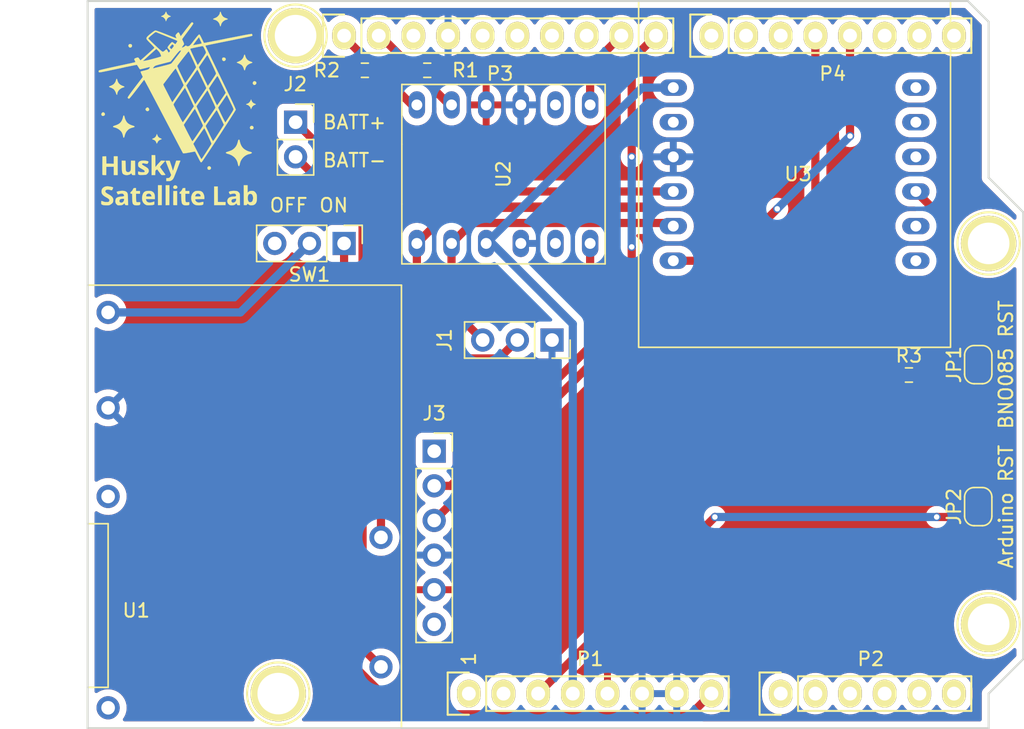
<source format=kicad_pcb>
(kicad_pcb (version 20211014) (generator pcbnew)
  (title_block (date "lun. 30 mars 2015"))
  (layers (0 "F.Cu" signal) (31 "B.Cu" signal) (34 "B.Paste" user) (35 "F.Paste" user) (36 "B.SilkS" user "B.Silkscreen") (37 "F.SilkS" user "F.Silkscreen") (38 "B.Mask" user) (39 "F.Mask" user) (44 "Edge.Cuts" user))
  (net 0 "")
  (net 1 "/IOREF")
  (net 2 "/Reset")
  (net 3 "+5V")
  (net 4 "GND")
  (net 5 "/Vin")
  (net 6 "/A0")
  (net 7 "/A1")
  (net 8 "/A2")
  (net 9 "/A3")
  (net 10 "/AREF")
  (net 11 "/A4(SDA)")
  (net 12 "/A5(SCL)")
  (net 13 "/9(**)")
  (net 14 "/8")
  (net 15 "/7")
  (net 16 "/6(**)")
  (net 17 "/5(**)")
  (net 18 "/4")
  (net 19 "/3(**)")
  (net 20 "/2")
  (net 21 "/1(Tx)")
  (net 22 "/0(Rx)")
  (net 23 "/3.3V_SCL")
  (net 24 "/3.3V_SDA")
  (net 25 "Net-(J2-Pad1)")
  (net 26 "Net-(J2-Pad2)")
  (net 27 "/13(SCK)")
  (net 29 "/HC-06_RX")
  (net 30 "+3V3")
  (net 31 "/12(MISO)")
  (net 34 "/11(**{slash}MOSI)")
  (net 35 "/10(**{slash}SS)")
  (net 40 "Net-(SW1-Pad2)")
  (net 52 "Net-(JP1-Pad1)")
  (net 53 "Net-(JP1-Pad2)")
  (footprint "Socket_Arduino_Uno:Socket_Strip_Arduino_1x08" (layer "F.Cu") (at 138.938 123.825)
    (fp_text reference "P1" (at 8.89 -2.54) (layer "F.SilkS"))
    (fp_text value "Power")
    (pad "1" thru_hole oval locked (at 0 0) (size 1.7272 2.032) (drill 1.016) (layers *.Cu *.Mask "F.SilkS"))
    (pad "2" thru_hole oval locked (at 2.54 0) (size 1.7272 2.032) (drill 1.016) (layers *.Cu *.Mask "F.SilkS") (net 1 "/IOREF"))
    (pad "3" thru_hole oval locked (at 5.08 0) (size 1.7272 2.032) (drill 1.016) (layers *.Cu *.Mask "F.SilkS") (net 2 "/Reset"))
    (pad "4" thru_hole oval locked (at 7.62 0) (size 1.7272 2.032) (drill 1.016) (layers *.Cu *.Mask "F.SilkS") (net 30 "+3V3"))
    (pad "5" thru_hole oval locked (at 10.16 0) (size 1.7272 2.032) (drill 1.016) (layers *.Cu *.Mask "F.SilkS") (net 3 "+5V"))
    (pad "6" thru_hole oval locked (at 12.7 0) (size 1.7272 2.032) (drill 1.016) (layers *.Cu *.Mask "F.SilkS") (net 4 "GND"))
    (pad "7" thru_hole oval locked (at 15.24 0) (size 1.7272 2.032) (drill 1.016) (layers *.Cu *.Mask "F.SilkS") (net 4 "GND"))
    (pad "8" thru_hole oval locked (at 17.78 0) (size 1.7272 2.032) (drill 1.016) (layers *.Cu *.Mask "F.SilkS") (net 5 "/Vin"))
  )
  (footprint "Socket_Arduino_Uno:Socket_Strip_Arduino_1x06" (layer "F.Cu") (at 161.798 123.825)
    (fp_text reference "P2" (at 6.604 -2.54) (layer "F.SilkS"))
    (fp_text value "Analog")
    (pad "1" thru_hole oval locked (at 0 0) (size 1.7272 2.032) (drill 1.016) (layers *.Cu *.Mask "F.SilkS") (net 6 "/A0"))
    (pad "2" thru_hole oval locked (at 2.54 0) (size 1.7272 2.032) (drill 1.016) (layers *.Cu *.Mask "F.SilkS") (net 7 "/A1"))
    (pad "3" thru_hole oval locked (at 5.08 0) (size 1.7272 2.032) (drill 1.016) (layers *.Cu *.Mask "F.SilkS") (net 8 "/A2"))
    (pad "4" thru_hole oval locked (at 7.62 0) (size 1.7272 2.032) (drill 1.016) (layers *.Cu *.Mask "F.SilkS") (net 9 "/A3"))
    (pad "5" thru_hole oval locked (at 10.16 0) (size 1.7272 2.032) (drill 1.016) (layers *.Cu *.Mask "F.SilkS") (net 11 "/A4(SDA)"))
    (pad "6" thru_hole oval locked (at 12.7 0) (size 1.7272 2.032) (drill 1.016) (layers *.Cu *.Mask "F.SilkS") (net 12 "/A5(SCL)"))
  )
  (footprint "Socket_Arduino_Uno:Socket_Strip_Arduino_1x10" (layer "F.Cu") (at 129.794 75.565)
    (fp_text reference "P3" (at 11.43 2.794) (layer "F.SilkS"))
    (fp_text value "Digital")
    (pad "1" thru_hole oval locked (at 0 0) (size 1.7272 2.032) (drill 1.016) (layers *.Cu *.Mask "F.SilkS") (net 12 "/A5(SCL)"))
    (pad "2" thru_hole oval locked (at 2.54 0) (size 1.7272 2.032) (drill 1.016) (layers *.Cu *.Mask "F.SilkS") (net 11 "/A4(SDA)"))
    (pad "3" thru_hole oval locked (at 5.08 0) (size 1.7272 2.032) (drill 1.016) (layers *.Cu *.Mask "F.SilkS") (net 10 "/AREF"))
    (pad "4" thru_hole oval locked (at 7.62 0) (size 1.7272 2.032) (drill 1.016) (layers *.Cu *.Mask "F.SilkS") (net 4 "GND"))
    (pad "5" thru_hole oval locked (at 10.16 0) (size 1.7272 2.032) (drill 1.016) (layers *.Cu *.Mask "F.SilkS") (net 27 "/13(SCK)"))
    (pad "6" thru_hole oval locked (at 12.7 0) (size 1.7272 2.032) (drill 1.016) (layers *.Cu *.Mask "F.SilkS") (net 31 "/12(MISO)"))
    (pad "7" thru_hole oval locked (at 15.24 0) (size 1.7272 2.032) (drill 1.016) (layers *.Cu *.Mask "F.SilkS") (net 34 "/11(**{slash}MOSI)"))
    (pad "8" thru_hole oval locked (at 17.78 0) (size 1.7272 2.032) (drill 1.016) (layers *.Cu *.Mask "F.SilkS") (net 35 "/10(**{slash}SS)"))
    (pad "9" thru_hole oval locked (at 20.32 0) (size 1.7272 2.032) (drill 1.016) (layers *.Cu *.Mask "F.SilkS") (net 13 "/9(**)"))
    (pad "10" thru_hole oval locked (at 22.86 0) (size 1.7272 2.032) (drill 1.016) (layers *.Cu *.Mask "F.SilkS") (net 14 "/8"))
  )
  (footprint "Socket_Arduino_Uno:Socket_Strip_Arduino_1x08" (layer "F.Cu") (at 156.718 75.565)
    (fp_text reference "P4" (at 8.89 2.794) (layer "F.SilkS"))
    (fp_text value "Digital")
    (pad "1" thru_hole oval locked (at 0 0) (size 1.7272 2.032) (drill 1.016) (layers *.Cu *.Mask "F.SilkS") (net 15 "/7"))
    (pad "2" thru_hole oval locked (at 2.54 0) (size 1.7272 2.032) (drill 1.016) (layers *.Cu *.Mask "F.SilkS") (net 16 "/6(**)"))
    (pad "3" thru_hole oval locked (at 5.08 0) (size 1.7272 2.032) (drill 1.016) (layers *.Cu *.Mask "F.SilkS") (net 17 "/5(**)"))
    (pad "4" thru_hole oval locked (at 7.62 0) (size 1.7272 2.032) (drill 1.016) (layers *.Cu *.Mask "F.SilkS") (net 18 "/4"))
    (pad "5" thru_hole oval locked (at 10.16 0) (size 1.7272 2.032) (drill 1.016) (layers *.Cu *.Mask "F.SilkS") (net 19 "/3(**)"))
    (pad "6" thru_hole oval locked (at 12.7 0) (size 1.7272 2.032) (drill 1.016) (layers *.Cu *.Mask "F.SilkS") (net 20 "/2"))
    (pad "7" thru_hole oval locked (at 15.24 0) (size 1.7272 2.032) (drill 1.016) (layers *.Cu *.Mask "F.SilkS") (net 21 "/1(Tx)"))
    (pad "8" thru_hole oval locked (at 17.78 0) (size 1.7272 2.032) (drill 1.016) (layers *.Cu *.Mask "F.SilkS") (net 22 "/0(Rx)"))
  )
  (footprint "Socket_Arduino_Uno:Arduino_1pin" (layer "F.Cu") (at 124.968 123.825)
    (fp_text reference "P5" hide)
    (fp_text value "CONN_01X01" hide)
    (pad "1" thru_hole circle locked (at 0 0) (size 4.064 4.064) (drill 3.048) (layers *.Cu *.Mask "F.SilkS"))
  )
  (footprint "Socket_Arduino_Uno:Arduino_1pin" (layer "F.Cu") (at 177.038 118.745)
    (fp_text reference "P6" hide)
    (fp_text value "CONN_01X01" hide)
    (pad "1" thru_hole circle locked (at 0 0) (size 4.064 4.064) (drill 3.048) (layers *.Cu *.Mask "F.SilkS"))
  )
  (footprint "Socket_Arduino_Uno:Arduino_1pin" (layer "F.Cu") (at 126.238 75.565)
    (fp_text reference "P7" hide)
    (fp_text value "CONN_01X01" hide)
    (pad "1" thru_hole circle locked (at 0 0) (size 4.064 4.064) (drill 3.048) (layers *.Cu *.Mask "F.SilkS"))
  )
  (footprint "Socket_Arduino_Uno:Arduino_1pin" (layer "F.Cu") (at 177.038 90.805)
    (fp_text reference "P8" hide)
    (fp_text value "CONN_01X01" hide)
    (pad "1" thru_hole circle locked (at 0 0) (size 4.064 4.064) (drill 3.048) (layers *.Cu *.Mask "F.SilkS"))
  )
  (footprint "Resistor_SMD:R_0603_1608Metric_Pad0.98x0.95mm_HandSolder" (layer "F.Cu") (at 131.318 78.105)
    (fp_text reference "R2" (at -2.794 0) (layer "F.SilkS"))
    (fp_text value "10k")
    (pad "1" smd roundrect (at -0.9125 0) (size 0.975 0.95) (layers "F.Cu" "F.Paste" "F.Mask") (net 3 "+5V"))
    (pad "2" smd roundrect (at 0.9125 0) (size 0.975 0.95) (layers "F.Cu" "F.Paste" "F.Mask") (net 12 "/A5(SCL)"))
  )
  (footprint "Connector_PinSocket_2.54mm:PinSocket_1x06_P2.54mm_Vertical" (layer "F.Cu") (at 136.398 106.045)
    (fp_text reference "J3" (at 0 -2.77) (layer "F.SilkS"))
    (fp_text value "Conn_01x06_Female")
    (pad "1" thru_hole rect (at 0 0) (size 1.7 1.7) (drill 1) (layers *.Cu *.Mask))
    (pad "2" thru_hole oval (at 0 2.54) (size 1.7 1.7) (drill 1) (layers *.Cu *.Mask) (net 29 "/HC-06_RX"))
    (pad "3" thru_hole oval (at 0 5.08) (size 1.7 1.7) (drill 1) (layers *.Cu *.Mask) (net 14 "/8"))
    (pad "4" thru_hole oval (at 0 7.62) (size 1.7 1.7) (drill 1) (layers *.Cu *.Mask) (net 4 "GND"))
    (pad "5" thru_hole oval (at 0 10.16) (size 1.7 1.7) (drill 1) (layers *.Cu *.Mask) (net 3 "+5V"))
    (pad "6" thru_hole oval (at 0 12.7) (size 1.7 1.7) (drill 1) (layers *.Cu *.Mask))
  )
  (footprint "Connector_PinSocket_2.54mm:PinSocket_1x02_P2.54mm_Vertical" (layer "F.Cu") (at 126.238 81.915)
    (fp_text reference "J2" (at -0.025 -2.794) (layer "F.SilkS"))
    (fp_text value "Conn_01x02_Female")
    (pad "1" thru_hole rect (at 0 0) (size 1.7 1.7) (drill 1) (layers *.Cu *.Mask) (net 25 "Net-(J2-Pad1)"))
    (pad "2" thru_hole oval (at 0 2.54) (size 1.7 1.7) (drill 1) (layers *.Cu *.Mask) (net 26 "Net-(J2-Pad2)"))
  )
  (footprint "Jumper:SolderJumper-2_P1.3mm_Open_RoundedPad1.0x1.5mm" (layer "F.Cu") (at 176.276 99.695 -90)
    (fp_text reference "JP1" (at 0 1.778 90) (layer "F.SilkS"))
    (fp_text value "SJ_2_Bridged")
    (pad "1" smd custom (at -0.65 0 270) (size 1 0.5) (layers "F.Cu" "F.Mask") (net 52 "Net-(JP1-Pad1)") (options (clearance outline) (anchor rect)) (primitives (gr_circle (center 0 0.25) (end 0.5 0.25) (width 0) (fill yes)) (gr_circle (center 0 -0.25) (end 0.5 -0.25) (width 0) (fill yes)) (gr_poly (pts (xy 0.5 0.75) (xy 0 0.75) (xy 0 -0.75) (xy 0.5 -0.75)) (width 0) (fill yes))))
    (pad "2" smd custom (at 0.65 0 270) (size 1 0.5) (layers "F.Cu" "F.Mask") (net 53 "Net-(JP1-Pad2)") (options (clearance outline) (anchor rect)) (primitives (gr_circle (center 0 0.25) (end 0.5 0.25) (width 0) (fill yes)) (gr_circle (center 0 -0.25) (end 0.5 -0.25) (width 0) (fill yes)) (gr_poly (pts (xy 0 0.75) (xy -0.5 0.75) (xy -0.5 -0.75) (xy 0 -0.75)) (width 0) (fill yes))))
  )
  (footprint "Air_Bearing:Level_Shifter" (layer "F.Cu") (at 141.478 85.725)
    (fp_text reference "U2" (at 0 0 90) (layer "F.SilkS"))
    (fp_text value "Sparkfun_Level_Shifter")
    (pad "1" thru_hole oval (at -6.35 5.08) (size 1.2 2) (drill 0.8) (layers *.Cu *.Mask) (net 23 "/3.3V_SCL"))
    (pad "2" thru_hole oval (at -3.81 5.08) (size 1.2 2) (drill 0.8) (layers *.Cu *.Mask) (net 24 "/3.3V_SDA"))
    (pad "3" thru_hole oval (at -1.27 5.08) (size 1.2 2) (drill 0.8) (layers *.Cu *.Mask) (net 30 "+3V3"))
    (pad "4" thru_hole oval (at 1.27 5.08) (size 1.2 2) (drill 0.8) (layers *.Cu *.Mask) (net 4 "GND"))
    (pad "5" thru_hole oval (at 3.81 5.08) (size 1.2 2) (drill 0.8) (layers *.Cu *.Mask))
    (pad "6" thru_hole oval (at 6.35 5.08) (size 1.2 2) (drill 0.8) (layers *.Cu *.Mask) (net 29 "/HC-06_RX"))
    (pad "7" thru_hole oval (at 6.35 -5.08) (size 1.2 2) (drill 0.8) (layers *.Cu *.Mask) (net 13 "/9(**)"))
    (pad "8" thru_hole oval (at 3.81 -5.08) (size 1.2 2) (drill 0.8) (layers *.Cu *.Mask))
    (pad "9" thru_hole oval (at 1.27 -5.08) (size 1.2 2) (drill 0.8) (layers *.Cu *.Mask) (net 4 "GND"))
    (pad "10" thru_hole oval (at -1.27 -5.08) (size 1.2 2) (drill 0.8) (layers *.Cu *.Mask) (net 3 "+5V"))
    (pad "11" thru_hole oval (at -3.81 -5.08) (size 1.2 2) (drill 0.8) (layers *.Cu *.Mask) (net 11 "/A4(SDA)"))
    (pad "12" thru_hole oval (at -6.35 -5.08) (size 1.2 2) (drill 0.8) (layers *.Cu *.Mask) (net 12 "/A5(SCL)"))
  )
  (footprint "Connector_PinHeader_2.54mm:PinHeader_1x03_P2.54mm_Vertical" (layer "F.Cu") (at 129.794 90.805 -90)
    (fp_text reference "SW1" (at 2.286 2.54 180) (layer "F.SilkS"))
    (fp_text value "SW_DPDT_x2")
    (pad "1" thru_hole rect (at 0 0 270) (size 1.7 1.7) (drill 1) (layers *.Cu *.Mask) (net 5 "/Vin"))
    (pad "2" thru_hole oval (at 0 2.54 270) (size 1.7 1.7) (drill 1) (layers *.Cu *.Mask) (net 40 "Net-(SW1-Pad2)"))
    (pad "3" thru_hole oval (at 0 5.08 270) (size 1.7 1.7) (drill 1) (layers *.Cu *.Mask))
  )
  (footprint "Jumper:SolderJumper-2_P1.3mm_Open_RoundedPad1.0x1.5mm" (layer "F.Cu") (at 176.276 110.109 -90)
    (fp_text reference "JP2" (at 0 1.778 90) (layer "F.SilkS"))
    (fp_text value "SJ_2_Bridged")
    (pad "1" smd custom (at -0.65 0 270) (size 1 0.5) (layers "F.Cu" "F.Mask") (net 53 "Net-(JP1-Pad2)") (options (clearance outline) (anchor rect)) (primitives (gr_circle (center 0 0.25) (end 0.5 0.25) (width 0) (fill yes)) (gr_circle (center 0 -0.25) (end 0.5 -0.25) (width 0) (fill yes)) (gr_poly (pts (xy 0.5 0.75) (xy 0 0.75) (xy 0 -0.75) (xy 0.5 -0.75)) (width 0) (fill yes))))
    (pad "2" smd custom (at 0.65 0 270) (size 1 0.5) (layers "F.Cu" "F.Mask") (net 2 "/Reset") (options (clearance outline) (anchor rect)) (primitives (gr_circle (center 0 0.25) (end 0.5 0.25) (width 0) (fill yes)) (gr_circle (center 0 -0.25) (end 0.5 -0.25) (width 0) (fill yes)) (gr_poly (pts (xy 0 0.75) (xy -0.5 0.75) (xy -0.5 -0.75) (xy 0 -0.75)) (width 0) (fill yes))))
  )
  (footprint "Connector_PinSocket_2.54mm:PinSocket_1x03_P2.54mm_Vertical" (layer "F.Cu") (at 145.034 97.892 -90)
    (fp_text reference "J1" (at 0 7.874 90) (layer "F.SilkS"))
    (fp_text value "Conn_01x03_Female")
    (pad "1" thru_hole rect (at 0 0 270) (size 1.7 1.7) (drill 1) (layers *.Cu *.Mask) (net 4 "GND"))
    (pad "2" thru_hole oval (at 0 2.54 270) (size 1.7 1.7) (drill 1) (layers *.Cu *.Mask) (net 23 "/3.3V_SCL"))
    (pad "3" thru_hole oval (at 0 5.08 270) (size 1.7 1.7) (drill 1) (layers *.Cu *.Mask) (net 24 "/3.3V_SDA"))
  )
  (footprint "Air_Bearing:TP4056" (layer "F.Cu") (at 123.998 103.865)
    (fp_text reference "U1" (at -9.444 13.864 unlocked) (layer "F.SilkS"))
    (fp_text value "TP4056")
    (pad "1" thru_hole circle (at -11.5 5.5) (size 1.7 1.7) (drill 1) (layers *.Cu *.Mask))
    (pad "2" thru_hole circle (at -11.5 21) (size 1.7 1.7) (drill 1) (layers *.Cu *.Mask))
    (pad "3" thru_hole circle (at -11.5 -1) (size 1.7 1.7) (drill 1) (layers *.Cu *.Mask) (net 4 "GND"))
    (pad "4" thru_hole circle (at 8.5 18) (size 1.7 1.7) (drill 1) (layers *.Cu *.Mask) (net 26 "Net-(J2-Pad2)"))
    (pad "5" thru_hole circle (at 8.5 8.5) (size 1.7 1.7) (drill 1) (layers *.Cu *.Mask) (net 25 "Net-(J2-Pad1)"))
    (pad "6" thru_hole circle (at -11.5 -8) (size 1.7 1.7) (drill 1) (layers *.Cu *.Mask) (net 40 "Net-(SW1-Pad2)"))
  )
  (footprint "Resistor_SMD:R_0603_1608Metric_Pad0.98x0.95mm_HandSolder" (layer "F.Cu") (at 171.196 100.457)
    (fp_text reference "R3" (at 0 -1.43) (layer "F.SilkS"))
    (fp_text value "200")
    (pad "1" smd roundrect (at -0.9125 0) (size 0.975 0.95) (layers "F.Cu" "F.Paste" "F.Mask") (net 18 "/4"))
    (pad "2" smd roundrect (at 0.9125 0) (size 0.975 0.95) (layers "F.Cu" "F.Paste" "F.Mask") (net 53 "Net-(JP1-Pad2)"))
  )
  (footprint "HS2_parts:logo" (layer "F.Cu") (at 117.602 80.899)
    (fp_text reference "G***" hide)
    (fp_text value "LOGO" hide)
  )
  (footprint "Air_Bearing:BNO085" (layer "F.Cu") (at 162.814 85.725 -90)
    (fp_text reference "U3" (at 0 -0.254) (layer "F.SilkS"))
    (fp_text value "BNO085")
    (pad "1" thru_hole oval (at -6.35 8.89 270) (size 1.2 2) (drill 0.8) (layers *.Cu *.Mask) (net 30 "+3V3"))
    (pad "2" thru_hole oval (at -3.81 8.89 270) (size 1.2 2) (drill 0.8) (layers *.Cu *.Mask))
    (pad "3" thru_hole oval (at -1.27 8.89 270) (size 1.2 2) (drill 0.8) (layers *.Cu *.Mask) (net 4 "GND"))
    (pad "4" thru_hole oval (at 1.27 8.89 270) (size 1.2 2) (drill 0.8) (layers *.Cu *.Mask) (net 23 "/3.3V_SCL"))
    (pad "5" thru_hole oval (at 3.81 8.89 270) (size 1.2 2) (drill 0.8) (layers *.Cu *.Mask) (net 24 "/3.3V_SDA"))
    (pad "6" thru_hole oval (at 6.35 8.89 270) (size 1.2 2) (drill 0.8) (layers *.Cu *.Mask) (net 19 "/3(**)"))
    (pad "7" thru_hole oval (at 6.35 -8.89 270) (size 1.2 2) (drill 0.8) (layers *.Cu *.Mask))
    (pad "8" thru_hole oval (at 3.81 -8.89 270) (size 1.2 2) (drill 0.8) (layers *.Cu *.Mask))
    (pad "9" thru_hole oval (at 1.27 -8.89 270) (size 1.2 2) (drill 0.8) (layers *.Cu *.Mask) (net 52 "Net-(JP1-Pad1)"))
    (pad "10" thru_hole oval (at -1.27 -8.89 270) (size 1.2 2) (drill 0.8) (layers *.Cu *.Mask))
    (pad "11" thru_hole oval (at -3.81 -8.89 270) (size 1.2 2) (drill 0.8) (layers *.Cu *.Mask))
    (pad "12" thru_hole oval (at -6.35 -8.89 270) (size 1.2 2) (drill 0.8) (layers *.Cu *.Mask))
  )
  (footprint "Resistor_SMD:R_0603_1608Metric_Pad0.98x0.95mm_HandSolder" (layer "F.Cu") (at 135.89 78.105 180)
    (fp_text reference "R1" (at -2.794 0) (layer "F.SilkS"))
    (fp_text value "10k")
    (pad "1" smd roundrect (at -0.9125 0 180) (size 0.975 0.95) (layers "F.Cu" "F.Paste" "F.Mask") (net 3 "+5V"))
    (pad "2" smd roundrect (at 0.9125 0 180) (size 0.975 0.95) (layers "F.Cu" "F.Paste" "F.Mask") (net 11 "/A4(SDA)"))
  )
  (gr_line (start 179.578 88.519) (end 177.038 85.979) (layer "Edge.Cuts") (width 0.15))
  (gr_line (start 177.038 126.365) (end 177.038 123.825) (layer "Edge.Cuts") (width 0.15))
  (gr_line (start 177.038 74.549) (end 175.514 73.025) (layer "Edge.Cuts") (width 0.15))
  (gr_line (start 177.038 123.825) (end 179.578 121.285) (layer "Edge.Cuts") (width 0.15))
  (gr_line (start 110.998 73.025) (end 110.998 126.365) (layer "Edge.Cuts") (width 0.15))
  (gr_line (start 179.578 121.285) (end 179.578 88.519) (layer "Edge.Cuts") (width 0.15))
  (gr_line (start 110.998 126.365) (end 177.038 126.365) (layer "Edge.Cuts") (width 0.15))
  (gr_line (start 175.514 73.025) (end 110.998 73.025) (layer "Edge.Cuts") (width 0.15))
  (gr_line (start 177.038 85.979) (end 177.038 74.549) (layer "Edge.Cuts") (width 0.15))
  (gr_text "Arduino RST" (at 178.308 110.109 90) (layer "F.SilkS") (effects (font (size 1 1))))
  (gr_text "BATT-" (at 130.556 84.709) (layer "F.SilkS") (effects (font (size 1 1))))
  (gr_text "OFF" (at 125.73 88.011) (layer "F.SilkS") (effects (font (size 1 1))))
  (gr_text "BATT+" (at 130.556 81.915) (layer "F.SilkS") (effects (font (size 1 1))))
  (gr_text "ON" (at 129.032 88.011) (layer "F.SilkS") (effects (font (size 1 1))))
  (gr_text "1" (at 138.938 121.285 90) (layer "F.SilkS") (effects (font (size 1 1))))
  (gr_text "BNO085 RST" (at 178.308 99.695 90) (layer "F.SilkS") (effects (font (size 1 1))))
  (segment (start 176.164 110.871) (end 176.276 110.759) (width 0.6) (layer "F.Cu") (net 2))
  (segment (start 173.228 110.871) (end 176.164 110.871) (width 0.6) (layer "F.Cu") (net 2))
  (segment (start 144.018 123.825) (end 156.972 110.871) (width 0.6) (layer "F.Cu") (net 2))
  (via (at 156.972 110.871) (size 0.6) (drill 0.4) (layers "F.Cu" "B.Cu") (net 2))
  (via (at 173.228 110.871) (size 0.6) (drill 0.4) (layers "F.Cu" "B.Cu") (net 2))
  (segment (start 156.972 110.871) (end 173.228 110.871) (width 0.6) (layer "B.Cu") (net 2))
  (segment (start 129.794 121.069498) (end 134.065022 125.34052) (width 0.6) (layer "F.Cu") (net 5))
  (segment (start 155.20248 125.34052) (end 156.718 123.825) (width 0.6) (layer "F.Cu") (net 5))
  (segment (start 134.065022 125.34052) (end 155.20248 125.34052) (width 0.6) (layer "F.Cu") (net 5))
  (segment (start 129.794 121.069498) (end 129.794 90.805) (width 0.6) (layer "F.Cu") (net 5))
  (segment (start 137.668 80.645) (end 137.5175 80.645) (width 0.6) (layer "F.Cu") (net 11))
  (segment (start 137.5175 80.645) (end 134.9775 78.105) (width 0.6) (layer "F.Cu") (net 11))
  (segment (start 132.334 75.565) (end 132.4375 75.565) (width 0.6) (layer "F.Cu") (net 11))
  (segment (start 132.4375 75.565) (end 134.9775 78.105) (width 0.6) (layer "F.Cu") (net 11))
  (segment (start 137.414 80.645) (end 137.668 80.645) (width 0.6) (layer "F.Cu") (net 11))
  (segment (start 129.794 75.6685) (end 132.2305 78.105) (width 0.6) (layer "F.Cu") (net 12))
  (segment (start 134.7705 80.645) (end 132.2305 78.105) (width 0.6) (layer "F.Cu") (net 12))
  (segment (start 129.794 75.565) (end 129.794 75.6685) (width 0.6) (layer "F.Cu") (net 12))
  (segment (start 135.128 80.645) (end 134.7705 80.645) (width 0.6) (layer "F.Cu") (net 12))
  (segment (start 147.828 77.851) (end 150.114 75.565) (width 0.6) (layer "F.Cu") (net 13))
  (segment (start 147.828 80.645) (end 147.828 77.851) (width 0.6) (layer "F.Cu") (net 13))
  (segment (start 136.398 111.125) (end 150.876 96.647) (width 0.6) (layer "F.Cu") (net 14))
  (segment (start 150.876 96.647) (end 150.876 91.059) (width 0.6) (layer "F.Cu") (net 14))
  (segment (start 150.876 77.343) (end 152.654 75.565) (width 0.6) (layer "F.Cu") (net 14))
  (segment (start 150.876 84.455) (end 150.876 77.343) (width 0.6) (layer "F.Cu") (net 14))
  (via (at 150.876 84.455) (size 0.6) (drill 0.4) (layers "F.Cu" "B.Cu") (net 14))
  (via (at 150.876 91.059) (size 0.6) (drill 0.4) (layers "F.Cu" "B.Cu") (net 14))
  (segment (start 150.876 84.963) (end 150.876 84.455) (width 0.6) (layer "B.Cu") (net 14))
  (segment (start 150.876 91.059) (end 150.876 84.963) (width 0.6) (layer "B.Cu") (net 14))
  (segment (start 164.338 75.565) (end 164.338 94.5115) (width 0.6) (layer "F.Cu") (net 18))
  (segment (start 164.338 94.5115) (end 170.2835 100.457) (width 0.6) (layer "F.Cu") (net 18))
  (segment (start 161.544 88.265) (end 157.734 92.075) (width 0.6) (layer "F.Cu") (net 19))
  (segment (start 157.734 92.075) (end 153.924 92.075) (width 0.6) (layer "F.Cu") (net 19))
  (segment (start 166.878 75.565) (end 166.878 82.931) (width 0.6) (layer "F.Cu") (net 19))
  (via (at 166.878 82.931) (size 0.6) (drill 0.4) (layers "F.Cu" "B.Cu") (net 19))
  (via (at 161.544 88.265) (size 0.6) (drill 0.4) (layers "F.Cu" "B.Cu") (net 19))
  (segment (start 166.878 82.931) (end 161.544 88.265) (width 0.6) (layer "B.Cu") (net 19))
  (segment (start 135.128 90.805) (end 135.128 96.393) (width 0.6) (layer "F.Cu") (net 23))
  (segment (start 141.144489 99.241511) (end 142.494 97.892) (width 0.6) (layer "F.Cu") (net 23))
  (segment (start 137.976511 99.241511) (end 141.144489 99.241511) (width 0.6) (layer "F.Cu") (net 23))
  (segment (start 138.938 86.995) (end 153.924 86.995) (width 0.6) (layer "F.Cu") (net 23))
  (segment (start 135.128 90.805) (end 138.938 86.995) (width 0.6) (layer "F.Cu") (net 23))
  (segment (start 135.128 96.393) (end 137.976511 99.241511) (width 0.6) (layer "F.Cu") (net 23))
  (segment (start 153.69448 89.30548) (end 153.924 89.535) (width 0.6) (layer "F.Cu") (net 24))
  (segment (start 139.16752 89.30548) (end 153.69448 89.30548) (width 0.6) (layer "F.Cu") (net 24))
  (segment (start 137.668 90.805) (end 137.668 95.606) (width 0.6) (layer "F.Cu") (net 24))
  (segment (start 137.668 95.606) (end 139.954 97.892) (width 0.6) (layer "F.Cu") (net 24))
  (segment (start 137.668 90.805) (end 139.16752 89.30548) (width 0.6) (layer "F.Cu") (net 24))
  (segment (start 132.498 88.175) (end 126.238 81.915) (width 0.6) (layer "F.Cu") (net 25))
  (segment (start 132.498 112.365) (end 132.498 88.175) (width 0.6) (layer "F.Cu") (net 25))
  (segment (start 132.498 121.865) (end 131.148489 120.515489) (width 0.6) (layer "F.Cu") (net 26))
  (segment (start 131.148489 120.515489) (end 131.148489 89.365489) (width 0.6) (layer "F.Cu") (net 26))
  (segment (start 131.148489 89.365489) (end 126.238 84.455) (width 0.6) (layer "F.Cu") (net 26))
  (segment (start 147.828 98.357081) (end 137.600081 108.585) (width 0.6) (layer "F.Cu") (net 29))
  (segment (start 137.600081 108.585) (end 136.398 108.585) (width 0.6) (layer "F.Cu") (net 29))
  (segment (start 147.828 90.805) (end 147.828 98.357081) (width 0.6) (layer "F.Cu") (net 29))
  (segment (start 151.638 79.375) (end 153.924 79.375) (width 0.6) (layer "B.Cu") (net 30))
  (segment (start 140.208 90.805) (end 151.638 79.375) (width 0.6) (layer "B.Cu") (net 30))
  (segment (start 146.558 123.825) (end 146.558 96.716978) (width 0.6) (layer "B.Cu") (net 30))
  (segment (start 146.558 96.716978) (end 140.646022 90.805) (width 0.6) (layer "B.Cu") (net 30))
  (segment (start 140.646022 90.805) (end 140.208 90.805) (width 0.6) (layer "B.Cu") (net 30))
  (segment (start 112.498 95.865) (end 122.194 95.865) (width 0.6) (layer "B.Cu") (net 40))
  (segment (start 122.194 95.865) (end 127.254 90.805) (width 0.6) (layer "B.Cu") (net 40))
  (segment (start 173.99 89.281) (end 173.99 96.759) (width 0.6) (layer "F.Cu") (net 52))
  (segment (start 171.704 86.995) (end 173.99 89.281) (width 0.6) (layer "F.Cu") (net 52))
  (segment (start 173.99 96.759) (end 176.276 99.045) (width 0.6) (layer "F.Cu") (net 52))
  (segment (start 176.276 109.459) (end 176.276 100.345) (width 0.6) (layer "F.Cu") (net 53))
  (segment (start 172.1085 100.457) (end 176.164 100.457) (width 0.6) (layer "F.Cu") (net 53))
  (segment (start 176.164 100.457) (end 176.276 100.345) (width 0.6) (layer "F.Cu") (net 53))
  (zone (net 3) (net_name "+5V") (layer "F.Cu") (connect_pads (clearance 0.508)) (min_thickness 0.254) (fill yes (thermal_gap 0.508) (thermal_bridge_width 0.508))
    (polygon (pts (xy 177.038 74.549) (xy 177.038 85.979) (xy 179.578 88.519) (xy 179.578 121.285) (xy 177.038 123.825) (xy 177.038 126.365) (xy 110.998 126.365) (xy 110.998 73.025) (xy 175.514 73.025)))
  )
  (zone (net 4) (net_name "GND") (layer "B.Cu") (connect_pads (clearance 0.508)) (min_thickness 0.254) (fill yes (thermal_gap 0.508) (thermal_bridge_width 0.508))
    (polygon (pts (xy 177.038 74.549) (xy 177.038 85.979) (xy 179.578 88.519) (xy 179.578 121.285) (xy 177.038 123.825) (xy 177.038 126.365) (xy 110.998 126.365) (xy 110.998 73.025) (xy 175.514 73.025)))
  )
)
</source>
